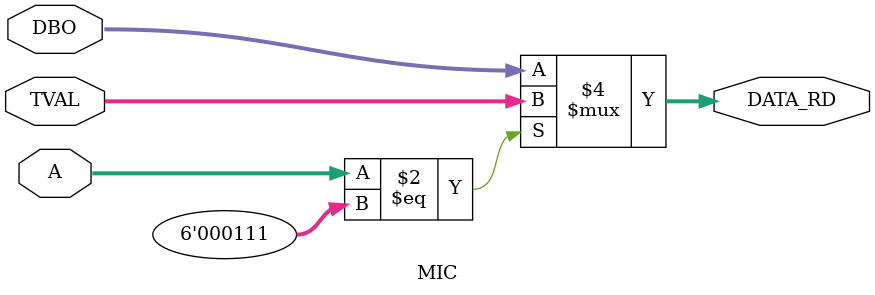
<source format=v>
`timescale 1ns/1ns
`define UDLY #2

module MIC(
                //inputs
                A,
                DBO,
                TVAL,
                
                //outputs
                DATA_RD
            );
            
            
    //inputs
    input     [5:0]    A;
    input     [15:0]   DBO;
    input     [15:0]   TVAL;
    
    //outputs
    output    [15:0]   DATA_RD;
    
    //regs
    reg       [15:0]   DATA_RD;
    
    always @(A or TVAL or DBO)
    begin
        if(A==10'h007)
            DATA_RD=TVAL;
        else
            DATA_RD=DBO;       
    end
    
endmodule
</source>
